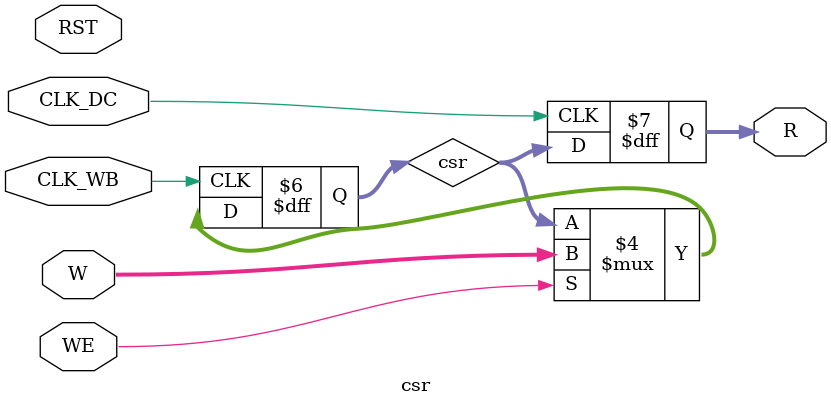
<source format=sv>
module csr(
    input var logic RST,
    input var logic CLK_DC,
    input var logic CLK_WB,
    input var logic WE,
    input var logic [31:0]W,
    output var logic [31:0]R);
logic [31:0]csr;
always_ff @(posedge CLK_DC) begin
    R <= csr;
end
always_ff @(posedge CLK_WB) begin
    if (WE==1'b1) begin
        csr <= W;
    end
end
endmodule

</source>
